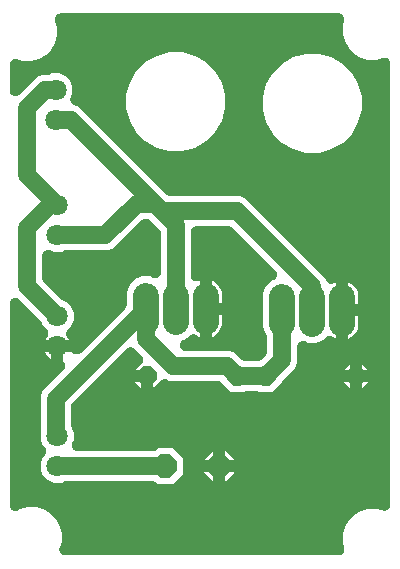
<source format=gbr>
G04 EAGLE Gerber RS-274X export*
G75*
%MOMM*%
%FSLAX34Y34*%
%LPD*%
%INBottom Copper*%
%IPPOS*%
%AMOC8*
5,1,8,0,0,1.08239X$1,22.5*%
G01*
%ADD10C,2.235200*%
%ADD11P,1.759533X8X22.500000*%
%ADD12C,1.800000*%
%ADD13P,2.199416X8X202.500000*%
%ADD14P,1.759533X8X202.500000*%
%ADD15C,1.500000*%
%ADD16C,1.500000*%

G36*
X-15778Y-392926D02*
X-15778Y-392926D01*
X-15571Y-392922D01*
X-15462Y-392906D01*
X-15353Y-392899D01*
X-15150Y-392860D01*
X-14945Y-392830D01*
X-14840Y-392801D01*
X-14732Y-392780D01*
X-14535Y-392716D01*
X-14336Y-392660D01*
X-14236Y-392618D01*
X-14131Y-392583D01*
X-13944Y-392495D01*
X-13754Y-392414D01*
X-13660Y-392360D01*
X-13560Y-392313D01*
X-13386Y-392201D01*
X-13207Y-392097D01*
X-13120Y-392031D01*
X-13028Y-391972D01*
X-12869Y-391839D01*
X-12705Y-391714D01*
X-12627Y-391637D01*
X-12543Y-391567D01*
X-12402Y-391415D01*
X-12255Y-391270D01*
X-12187Y-391184D01*
X-12113Y-391103D01*
X-11992Y-390936D01*
X-11864Y-390773D01*
X-11808Y-390679D01*
X-11744Y-390590D01*
X-11646Y-390408D01*
X-11540Y-390230D01*
X-11496Y-390130D01*
X-11444Y-390034D01*
X-11369Y-389841D01*
X-11286Y-389651D01*
X-11256Y-389546D01*
X-11216Y-389444D01*
X-11166Y-389243D01*
X-11108Y-389045D01*
X-11091Y-388936D01*
X-11064Y-388830D01*
X-11041Y-388625D01*
X-11008Y-388421D01*
X-11004Y-388311D01*
X-10991Y-388203D01*
X-10994Y-387996D01*
X-10987Y-387789D01*
X-10997Y-387680D01*
X-10998Y-387570D01*
X-11026Y-387366D01*
X-11046Y-387160D01*
X-11072Y-387037D01*
X-11085Y-386944D01*
X-11117Y-386826D01*
X-11155Y-386646D01*
X-12461Y-381772D01*
X-12461Y-375148D01*
X-10746Y-368748D01*
X-7434Y-363011D01*
X-2749Y-358326D01*
X2988Y-355014D01*
X9388Y-353299D01*
X16012Y-353299D01*
X21646Y-354809D01*
X21849Y-354850D01*
X22050Y-354899D01*
X22158Y-354912D01*
X22266Y-354933D01*
X22472Y-354948D01*
X22677Y-354972D01*
X22787Y-354971D01*
X22896Y-354979D01*
X23103Y-354968D01*
X23310Y-354965D01*
X23418Y-354950D01*
X23527Y-354945D01*
X23731Y-354907D01*
X23936Y-354879D01*
X24041Y-354850D01*
X24149Y-354831D01*
X24346Y-354768D01*
X24546Y-354714D01*
X24647Y-354673D01*
X24752Y-354639D01*
X24939Y-354552D01*
X25130Y-354474D01*
X25226Y-354420D01*
X25325Y-354374D01*
X25500Y-354264D01*
X25680Y-354161D01*
X25768Y-354096D01*
X25860Y-354037D01*
X26020Y-353906D01*
X26186Y-353782D01*
X26264Y-353706D01*
X26349Y-353637D01*
X26491Y-353486D01*
X26640Y-353342D01*
X26708Y-353257D01*
X26783Y-353177D01*
X26905Y-353010D01*
X27034Y-352849D01*
X27091Y-352755D01*
X27156Y-352667D01*
X27256Y-352486D01*
X27364Y-352309D01*
X27408Y-352209D01*
X27461Y-352113D01*
X27537Y-351921D01*
X27622Y-351732D01*
X27654Y-351627D01*
X27694Y-351526D01*
X27746Y-351325D01*
X27806Y-351127D01*
X27824Y-351019D01*
X27851Y-350913D01*
X27877Y-350708D01*
X27912Y-350504D01*
X27918Y-350379D01*
X27930Y-350286D01*
X27930Y-350163D01*
X27939Y-349980D01*
X27939Y23590D01*
X27926Y23796D01*
X27922Y24003D01*
X27906Y24112D01*
X27899Y24221D01*
X27860Y24424D01*
X27830Y24628D01*
X27801Y24734D01*
X27780Y24841D01*
X27716Y25038D01*
X27660Y25237D01*
X27618Y25338D01*
X27583Y25442D01*
X27495Y25629D01*
X27414Y25820D01*
X27360Y25914D01*
X27313Y26013D01*
X27201Y26187D01*
X27097Y26366D01*
X27031Y26453D01*
X26972Y26546D01*
X26839Y26705D01*
X26714Y26869D01*
X26637Y26947D01*
X26567Y27031D01*
X26415Y27171D01*
X26270Y27319D01*
X26184Y27387D01*
X26103Y27461D01*
X25935Y27581D01*
X25773Y27709D01*
X25679Y27765D01*
X25590Y27829D01*
X25408Y27927D01*
X25230Y28034D01*
X25130Y28078D01*
X25034Y28130D01*
X24841Y28204D01*
X24651Y28287D01*
X24546Y28318D01*
X24444Y28358D01*
X24243Y28407D01*
X24045Y28466D01*
X23937Y28483D01*
X23830Y28509D01*
X23625Y28533D01*
X23421Y28566D01*
X23311Y28570D01*
X23203Y28582D01*
X22996Y28580D01*
X22789Y28587D01*
X22680Y28577D01*
X22570Y28575D01*
X22366Y28547D01*
X22160Y28528D01*
X22037Y28502D01*
X21944Y28489D01*
X21826Y28457D01*
X21646Y28419D01*
X16012Y26909D01*
X9388Y26909D01*
X2988Y28624D01*
X-2749Y31936D01*
X-7434Y36621D01*
X-10746Y42358D01*
X-12461Y48758D01*
X-12461Y55382D01*
X-11291Y59746D01*
X-11251Y59949D01*
X-11201Y60150D01*
X-11188Y60258D01*
X-11167Y60366D01*
X-11152Y60572D01*
X-11128Y60777D01*
X-11129Y60887D01*
X-11121Y60996D01*
X-11133Y61203D01*
X-11135Y61410D01*
X-11150Y61518D01*
X-11156Y61627D01*
X-11193Y61831D01*
X-11221Y62036D01*
X-11250Y62142D01*
X-11270Y62249D01*
X-11332Y62446D01*
X-11386Y62646D01*
X-11428Y62747D01*
X-11461Y62852D01*
X-11548Y63039D01*
X-11627Y63230D01*
X-11681Y63326D01*
X-11727Y63425D01*
X-11837Y63600D01*
X-11939Y63780D01*
X-12005Y63868D01*
X-12063Y63960D01*
X-12194Y64120D01*
X-12318Y64286D01*
X-12394Y64364D01*
X-12464Y64449D01*
X-12614Y64591D01*
X-12758Y64740D01*
X-12844Y64808D01*
X-12923Y64883D01*
X-13090Y65005D01*
X-13252Y65134D01*
X-13345Y65191D01*
X-13434Y65256D01*
X-13615Y65356D01*
X-13791Y65464D01*
X-13891Y65508D01*
X-13987Y65561D01*
X-14179Y65638D01*
X-14368Y65722D01*
X-14473Y65754D01*
X-14575Y65794D01*
X-14775Y65846D01*
X-14973Y65906D01*
X-15081Y65924D01*
X-15187Y65951D01*
X-15392Y65977D01*
X-15596Y66012D01*
X-15722Y66018D01*
X-15814Y66030D01*
X-15937Y66030D01*
X-16120Y66039D01*
X-250920Y66039D01*
X-251126Y66026D01*
X-251333Y66022D01*
X-251442Y66006D01*
X-251551Y65999D01*
X-251754Y65960D01*
X-251958Y65930D01*
X-252064Y65901D01*
X-252171Y65880D01*
X-252368Y65816D01*
X-252567Y65760D01*
X-252668Y65718D01*
X-252772Y65683D01*
X-252959Y65595D01*
X-253150Y65514D01*
X-253244Y65460D01*
X-253343Y65413D01*
X-253517Y65301D01*
X-253696Y65197D01*
X-253783Y65131D01*
X-253876Y65072D01*
X-254035Y64939D01*
X-254199Y64814D01*
X-254277Y64737D01*
X-254361Y64667D01*
X-254501Y64515D01*
X-254649Y64370D01*
X-254717Y64284D01*
X-254791Y64203D01*
X-254911Y64035D01*
X-255039Y63873D01*
X-255095Y63779D01*
X-255159Y63690D01*
X-255257Y63508D01*
X-255364Y63330D01*
X-255408Y63230D01*
X-255460Y63134D01*
X-255534Y62941D01*
X-255617Y62751D01*
X-255648Y62646D01*
X-255688Y62544D01*
X-255737Y62343D01*
X-255796Y62145D01*
X-255813Y62037D01*
X-255839Y61930D01*
X-255863Y61725D01*
X-255896Y61521D01*
X-255900Y61411D01*
X-255912Y61303D01*
X-255910Y61096D01*
X-255917Y60889D01*
X-255907Y60780D01*
X-255905Y60670D01*
X-255877Y60466D01*
X-255858Y60260D01*
X-255832Y60137D01*
X-255819Y60044D01*
X-255787Y59926D01*
X-255749Y59746D01*
X-254239Y54112D01*
X-254239Y47488D01*
X-255954Y41088D01*
X-259266Y35351D01*
X-263951Y30666D01*
X-269688Y27354D01*
X-276088Y25639D01*
X-282712Y25639D01*
X-288146Y27095D01*
X-288349Y27136D01*
X-288550Y27186D01*
X-288658Y27198D01*
X-288766Y27220D01*
X-288972Y27235D01*
X-289177Y27259D01*
X-289287Y27257D01*
X-289396Y27265D01*
X-289603Y27254D01*
X-289810Y27252D01*
X-289918Y27237D01*
X-290027Y27231D01*
X-290231Y27194D01*
X-290436Y27165D01*
X-290542Y27137D01*
X-290649Y27117D01*
X-290846Y27055D01*
X-291046Y27001D01*
X-291147Y26959D01*
X-291252Y26926D01*
X-291439Y26839D01*
X-291630Y26760D01*
X-291726Y26706D01*
X-291825Y26660D01*
X-292000Y26550D01*
X-292180Y26448D01*
X-292268Y26382D01*
X-292360Y26324D01*
X-292520Y26193D01*
X-292686Y26069D01*
X-292764Y25992D01*
X-292849Y25923D01*
X-292991Y25773D01*
X-293140Y25629D01*
X-293208Y25543D01*
X-293283Y25464D01*
X-293405Y25297D01*
X-293534Y25135D01*
X-293592Y25041D01*
X-293656Y24953D01*
X-293756Y24772D01*
X-293864Y24595D01*
X-293908Y24495D01*
X-293961Y24400D01*
X-294038Y24207D01*
X-294122Y24019D01*
X-294154Y23914D01*
X-294194Y23812D01*
X-294246Y23612D01*
X-294306Y23414D01*
X-294324Y23306D01*
X-294351Y23200D01*
X-294377Y22994D01*
X-294412Y22791D01*
X-294418Y22665D01*
X-294430Y22573D01*
X-294430Y22449D01*
X-294439Y22266D01*
X-294439Y852D01*
X-294423Y602D01*
X-294414Y350D01*
X-294403Y286D01*
X-294399Y221D01*
X-294352Y-25D01*
X-294311Y-273D01*
X-294292Y-336D01*
X-294280Y-400D01*
X-294202Y-639D01*
X-294130Y-879D01*
X-294104Y-938D01*
X-294083Y-1001D01*
X-293976Y-1228D01*
X-293874Y-1457D01*
X-293841Y-1513D01*
X-293813Y-1572D01*
X-293677Y-1783D01*
X-293548Y-1998D01*
X-293507Y-2049D01*
X-293472Y-2104D01*
X-293311Y-2296D01*
X-293155Y-2493D01*
X-293108Y-2539D01*
X-293067Y-2589D01*
X-292883Y-2760D01*
X-292703Y-2935D01*
X-292651Y-2975D01*
X-292603Y-3019D01*
X-292400Y-3165D01*
X-292199Y-3317D01*
X-292143Y-3350D01*
X-292090Y-3388D01*
X-291869Y-3507D01*
X-291651Y-3632D01*
X-291591Y-3657D01*
X-291534Y-3688D01*
X-291300Y-3778D01*
X-291068Y-3875D01*
X-291005Y-3892D01*
X-290944Y-3916D01*
X-290700Y-3976D01*
X-290458Y-4043D01*
X-290394Y-4052D01*
X-290330Y-4068D01*
X-290082Y-4096D01*
X-289833Y-4132D01*
X-289767Y-4133D01*
X-289703Y-4141D01*
X-289452Y-4138D01*
X-289201Y-4142D01*
X-289136Y-4134D01*
X-289070Y-4134D01*
X-288822Y-4099D01*
X-288572Y-4072D01*
X-288509Y-4056D01*
X-288444Y-4047D01*
X-288202Y-3982D01*
X-287958Y-3923D01*
X-287897Y-3899D01*
X-287834Y-3883D01*
X-287603Y-3787D01*
X-287367Y-3698D01*
X-287310Y-3667D01*
X-287250Y-3642D01*
X-287031Y-3518D01*
X-286810Y-3400D01*
X-286757Y-3362D01*
X-286700Y-3330D01*
X-286499Y-3179D01*
X-286295Y-3034D01*
X-286240Y-2985D01*
X-286194Y-2951D01*
X-286094Y-2853D01*
X-285904Y-2683D01*
X-285823Y-2601D01*
X-271286Y11935D01*
X-266663Y13851D01*
X-262687Y13851D01*
X-262600Y13856D01*
X-262514Y13854D01*
X-262285Y13876D01*
X-262056Y13891D01*
X-261971Y13907D01*
X-261885Y13915D01*
X-261661Y13967D01*
X-261435Y14010D01*
X-261353Y14037D01*
X-261268Y14056D01*
X-260954Y14167D01*
X-260834Y14207D01*
X-260808Y14219D01*
X-260773Y14231D01*
X-258071Y15351D01*
X-252469Y15351D01*
X-247294Y13207D01*
X-243333Y9246D01*
X-241189Y4071D01*
X-241189Y-1531D01*
X-242654Y-5067D01*
X-242714Y-5242D01*
X-242783Y-5413D01*
X-242816Y-5541D01*
X-242858Y-5665D01*
X-242896Y-5846D01*
X-242942Y-6025D01*
X-242959Y-6156D01*
X-242986Y-6284D01*
X-243000Y-6468D01*
X-243024Y-6652D01*
X-243024Y-6783D01*
X-243034Y-6914D01*
X-243025Y-7099D01*
X-243025Y-7284D01*
X-243009Y-7414D01*
X-243002Y-7546D01*
X-242970Y-7728D01*
X-242947Y-7911D01*
X-242914Y-8038D01*
X-242891Y-8168D01*
X-242836Y-8344D01*
X-242790Y-8524D01*
X-242742Y-8646D01*
X-242703Y-8771D01*
X-242626Y-8939D01*
X-242557Y-9111D01*
X-242494Y-9227D01*
X-242439Y-9346D01*
X-242342Y-9502D01*
X-242252Y-9665D01*
X-242175Y-9771D01*
X-242106Y-9883D01*
X-241989Y-10026D01*
X-241880Y-10175D01*
X-241789Y-10271D01*
X-241707Y-10373D01*
X-241573Y-10500D01*
X-241446Y-10635D01*
X-241344Y-10719D01*
X-241249Y-10809D01*
X-241100Y-10919D01*
X-240957Y-11036D01*
X-240846Y-11106D01*
X-240740Y-11184D01*
X-240579Y-11274D01*
X-240422Y-11373D01*
X-240284Y-11439D01*
X-240188Y-11492D01*
X-240087Y-11533D01*
X-239948Y-11599D01*
X-235444Y-13465D01*
X-161353Y-87555D01*
X-161264Y-87634D01*
X-161181Y-87720D01*
X-161027Y-87843D01*
X-160879Y-87973D01*
X-160780Y-88040D01*
X-160687Y-88114D01*
X-160519Y-88217D01*
X-160356Y-88327D01*
X-160249Y-88381D01*
X-160147Y-88444D01*
X-159968Y-88524D01*
X-159792Y-88613D01*
X-159679Y-88653D01*
X-159570Y-88702D01*
X-159382Y-88759D01*
X-159196Y-88826D01*
X-159080Y-88851D01*
X-158966Y-88886D01*
X-158771Y-88919D01*
X-158579Y-88961D01*
X-158460Y-88972D01*
X-158342Y-88992D01*
X-158089Y-89005D01*
X-157949Y-89018D01*
X-157892Y-89015D01*
X-157818Y-89019D01*
X-99097Y-89019D01*
X-94474Y-90935D01*
X-27435Y-157974D01*
X-26628Y-159921D01*
X-26562Y-160056D01*
X-26517Y-160165D01*
X-26498Y-160199D01*
X-26464Y-160276D01*
X-26403Y-160380D01*
X-26350Y-160488D01*
X-26242Y-160652D01*
X-26142Y-160820D01*
X-26068Y-160915D01*
X-26002Y-161016D01*
X-25874Y-161165D01*
X-25754Y-161319D01*
X-25669Y-161404D01*
X-25591Y-161496D01*
X-25445Y-161627D01*
X-25306Y-161765D01*
X-25211Y-161839D01*
X-25122Y-161920D01*
X-24961Y-162032D01*
X-24806Y-162151D01*
X-24702Y-162212D01*
X-24603Y-162281D01*
X-24429Y-162372D01*
X-24261Y-162471D01*
X-24150Y-162518D01*
X-24043Y-162574D01*
X-23859Y-162643D01*
X-23679Y-162720D01*
X-23564Y-162753D01*
X-23451Y-162794D01*
X-23260Y-162839D01*
X-23071Y-162893D01*
X-22952Y-162911D01*
X-22835Y-162938D01*
X-22640Y-162958D01*
X-22446Y-162988D01*
X-22326Y-162990D01*
X-22206Y-163003D01*
X-22010Y-162998D01*
X-21815Y-163003D01*
X-21695Y-162991D01*
X-21574Y-162988D01*
X-21381Y-162958D01*
X-21186Y-162938D01*
X-21069Y-162911D01*
X-20949Y-162893D01*
X-20761Y-162839D01*
X-20570Y-162795D01*
X-20457Y-162753D01*
X-20341Y-162720D01*
X-20161Y-162643D01*
X-19978Y-162575D01*
X-19853Y-162512D01*
X-19760Y-162472D01*
X-19660Y-162413D01*
X-19542Y-162353D01*
X-19529Y-162347D01*
X-19525Y-162345D01*
X-19510Y-162337D01*
X-18780Y-161915D01*
X-17699Y-161468D01*
X-17699Y-185420D01*
X-17699Y-209372D01*
X-18780Y-208925D01*
X-20337Y-208026D01*
X-20368Y-208002D01*
X-20512Y-207905D01*
X-20651Y-207800D01*
X-20775Y-207729D01*
X-20893Y-207649D01*
X-21048Y-207572D01*
X-21199Y-207485D01*
X-21331Y-207430D01*
X-21458Y-207366D01*
X-21622Y-207308D01*
X-21783Y-207241D01*
X-21920Y-207204D01*
X-22054Y-207156D01*
X-22224Y-207120D01*
X-22392Y-207074D01*
X-22533Y-207053D01*
X-22672Y-207024D01*
X-22845Y-207009D01*
X-23018Y-206984D01*
X-23160Y-206982D01*
X-23302Y-206970D01*
X-23476Y-206977D01*
X-23650Y-206974D01*
X-23791Y-206990D01*
X-23933Y-206996D01*
X-24105Y-207025D01*
X-24278Y-207044D01*
X-24416Y-207078D01*
X-24556Y-207102D01*
X-24723Y-207152D01*
X-24892Y-207193D01*
X-25025Y-207244D01*
X-25161Y-207285D01*
X-25320Y-207356D01*
X-25483Y-207418D01*
X-25608Y-207485D01*
X-25738Y-207543D01*
X-25887Y-207634D01*
X-26041Y-207716D01*
X-26157Y-207798D01*
X-26278Y-207872D01*
X-26414Y-207981D01*
X-26556Y-208082D01*
X-26681Y-208194D01*
X-26772Y-208267D01*
X-26843Y-208339D01*
X-26946Y-208433D01*
X-28891Y-210378D01*
X-34866Y-212853D01*
X-41334Y-212853D01*
X-44007Y-211745D01*
X-44213Y-211675D01*
X-44416Y-211596D01*
X-44512Y-211573D01*
X-44605Y-211541D01*
X-44818Y-211497D01*
X-45030Y-211445D01*
X-45128Y-211433D01*
X-45224Y-211414D01*
X-45441Y-211397D01*
X-45657Y-211372D01*
X-45756Y-211373D01*
X-45854Y-211365D01*
X-46072Y-211376D01*
X-46290Y-211379D01*
X-46387Y-211392D01*
X-46486Y-211397D01*
X-46700Y-211435D01*
X-46916Y-211465D01*
X-47011Y-211491D01*
X-47108Y-211508D01*
X-47316Y-211573D01*
X-47526Y-211630D01*
X-47617Y-211667D01*
X-47711Y-211697D01*
X-47909Y-211788D01*
X-48110Y-211870D01*
X-48196Y-211919D01*
X-48286Y-211960D01*
X-48471Y-212075D01*
X-48660Y-212183D01*
X-48739Y-212242D01*
X-48823Y-212294D01*
X-48992Y-212431D01*
X-49166Y-212562D01*
X-49236Y-212630D01*
X-49313Y-212693D01*
X-49463Y-212850D01*
X-49620Y-213002D01*
X-49681Y-213079D01*
X-49749Y-213150D01*
X-49878Y-213325D01*
X-50014Y-213495D01*
X-50066Y-213580D01*
X-50124Y-213659D01*
X-50230Y-213849D01*
X-50344Y-214035D01*
X-50384Y-214125D01*
X-50432Y-214211D01*
X-50513Y-214414D01*
X-50602Y-214612D01*
X-50631Y-214706D01*
X-50667Y-214798D01*
X-50722Y-215008D01*
X-50786Y-215217D01*
X-50802Y-215314D01*
X-50827Y-215409D01*
X-50855Y-215625D01*
X-50892Y-215840D01*
X-50898Y-215952D01*
X-50908Y-216036D01*
X-50909Y-216165D01*
X-50919Y-216364D01*
X-50919Y-229833D01*
X-52835Y-234456D01*
X-62797Y-244419D01*
X-62876Y-244508D01*
X-62962Y-244591D01*
X-63085Y-244745D01*
X-63085Y-244746D01*
X-63133Y-244798D01*
X-63144Y-244813D01*
X-63215Y-244893D01*
X-63282Y-244992D01*
X-63356Y-245085D01*
X-63454Y-245246D01*
X-63501Y-245311D01*
X-63513Y-245334D01*
X-63569Y-245416D01*
X-63623Y-245523D01*
X-63686Y-245625D01*
X-63758Y-245787D01*
X-63802Y-245867D01*
X-63814Y-245899D01*
X-63855Y-245980D01*
X-63895Y-246093D01*
X-63944Y-246202D01*
X-63992Y-246361D01*
X-64030Y-246457D01*
X-64040Y-246498D01*
X-64068Y-246576D01*
X-64068Y-246578D01*
X-71999Y-254509D01*
X-83225Y-254509D01*
X-83311Y-254456D01*
X-83491Y-254376D01*
X-83666Y-254287D01*
X-83779Y-254247D01*
X-83888Y-254198D01*
X-84076Y-254141D01*
X-84262Y-254074D01*
X-84378Y-254049D01*
X-84493Y-254014D01*
X-84687Y-253981D01*
X-84879Y-253939D01*
X-84998Y-253928D01*
X-85116Y-253908D01*
X-85369Y-253895D01*
X-85509Y-253882D01*
X-85567Y-253885D01*
X-85640Y-253881D01*
X-93430Y-253881D01*
X-93549Y-253888D01*
X-93668Y-253886D01*
X-93864Y-253908D01*
X-94061Y-253921D01*
X-94178Y-253943D01*
X-94297Y-253956D01*
X-94488Y-254003D01*
X-94682Y-254040D01*
X-94795Y-254077D01*
X-94911Y-254105D01*
X-95095Y-254175D01*
X-95282Y-254237D01*
X-95390Y-254288D01*
X-95502Y-254330D01*
X-95675Y-254423D01*
X-95853Y-254507D01*
X-95856Y-254509D01*
X-107071Y-254509D01*
X-115125Y-246455D01*
X-115214Y-246376D01*
X-115298Y-246290D01*
X-115452Y-246167D01*
X-115599Y-246037D01*
X-115698Y-245970D01*
X-115791Y-245896D01*
X-115959Y-245793D01*
X-116123Y-245683D01*
X-116229Y-245629D01*
X-116331Y-245566D01*
X-116511Y-245486D01*
X-116686Y-245397D01*
X-116799Y-245357D01*
X-116908Y-245308D01*
X-117096Y-245251D01*
X-117282Y-245184D01*
X-117398Y-245159D01*
X-117513Y-245124D01*
X-117707Y-245091D01*
X-117899Y-245049D01*
X-118018Y-245038D01*
X-118136Y-245018D01*
X-118389Y-245005D01*
X-118529Y-244992D01*
X-118587Y-244995D01*
X-118660Y-244991D01*
X-158712Y-244991D01*
X-161064Y-244017D01*
X-161208Y-243967D01*
X-161349Y-243909D01*
X-161507Y-243865D01*
X-161662Y-243812D01*
X-161811Y-243781D01*
X-161958Y-243741D01*
X-162121Y-243718D01*
X-162281Y-243685D01*
X-162433Y-243673D01*
X-162584Y-243652D01*
X-162748Y-243649D01*
X-162912Y-243636D01*
X-163064Y-243644D01*
X-163216Y-243642D01*
X-163379Y-243660D01*
X-163543Y-243668D01*
X-163693Y-243695D01*
X-163844Y-243712D01*
X-164004Y-243750D01*
X-164165Y-243779D01*
X-164310Y-243825D01*
X-164458Y-243860D01*
X-164612Y-243919D01*
X-164769Y-243968D01*
X-164907Y-244031D01*
X-165049Y-244085D01*
X-165194Y-244163D01*
X-165343Y-244231D01*
X-165473Y-244312D01*
X-165607Y-244383D01*
X-165741Y-244478D01*
X-165880Y-244565D01*
X-165998Y-244661D01*
X-166122Y-244749D01*
X-166270Y-244882D01*
X-166370Y-244964D01*
X-166429Y-245025D01*
X-166512Y-245100D01*
X-172801Y-251388D01*
X-172801Y-241300D01*
X-172812Y-241116D01*
X-172814Y-240931D01*
X-172832Y-240801D01*
X-172841Y-240670D01*
X-172875Y-240488D01*
X-172901Y-240305D01*
X-172935Y-240178D01*
X-172960Y-240049D01*
X-173017Y-239873D01*
X-173066Y-239694D01*
X-173115Y-239573D01*
X-173156Y-239448D01*
X-173236Y-239281D01*
X-173306Y-239110D01*
X-173371Y-238996D01*
X-173427Y-238877D01*
X-173527Y-238721D01*
X-173618Y-238560D01*
X-173697Y-238455D01*
X-173768Y-238345D01*
X-173887Y-238202D01*
X-173998Y-238055D01*
X-174089Y-237960D01*
X-174173Y-237859D01*
X-174174Y-237859D01*
X-174309Y-237733D01*
X-174394Y-237645D01*
X-174438Y-237600D01*
X-174541Y-237518D01*
X-174637Y-237429D01*
X-174787Y-237321D01*
X-174932Y-237206D01*
X-175044Y-237137D01*
X-175151Y-237061D01*
X-175313Y-236973D01*
X-175471Y-236876D01*
X-175591Y-236822D01*
X-175707Y-236760D01*
X-175879Y-236693D01*
X-176048Y-236618D01*
X-176174Y-236580D01*
X-176296Y-236532D01*
X-176476Y-236488D01*
X-176653Y-236434D01*
X-176783Y-236412D01*
X-176910Y-236381D01*
X-177093Y-236359D01*
X-177276Y-236328D01*
X-177430Y-236320D01*
X-177538Y-236307D01*
X-177647Y-236309D01*
X-177800Y-236301D01*
X-187888Y-236301D01*
X-182535Y-230947D01*
X-182413Y-230808D01*
X-182283Y-230676D01*
X-182204Y-230571D01*
X-182117Y-230473D01*
X-182013Y-230320D01*
X-181902Y-230172D01*
X-181836Y-230058D01*
X-181762Y-229949D01*
X-181679Y-229785D01*
X-181587Y-229624D01*
X-181536Y-229503D01*
X-181477Y-229386D01*
X-181414Y-229211D01*
X-181343Y-229041D01*
X-181308Y-228914D01*
X-181264Y-228790D01*
X-181225Y-228610D01*
X-181176Y-228431D01*
X-181157Y-228301D01*
X-181129Y-228173D01*
X-181112Y-227989D01*
X-181086Y-227806D01*
X-181084Y-227674D01*
X-181072Y-227543D01*
X-181079Y-227358D01*
X-181076Y-227174D01*
X-181091Y-227043D01*
X-181096Y-226912D01*
X-181126Y-226729D01*
X-181146Y-226545D01*
X-181177Y-226417D01*
X-181199Y-226288D01*
X-181251Y-226111D01*
X-181295Y-225931D01*
X-181342Y-225808D01*
X-181379Y-225682D01*
X-181454Y-225513D01*
X-181520Y-225340D01*
X-181582Y-225224D01*
X-181635Y-225104D01*
X-181731Y-224946D01*
X-181818Y-224783D01*
X-181894Y-224676D01*
X-181962Y-224563D01*
X-182076Y-224418D01*
X-182184Y-224267D01*
X-182286Y-224153D01*
X-182354Y-224067D01*
X-182432Y-223991D01*
X-182535Y-223877D01*
X-188235Y-218177D01*
X-188374Y-218055D01*
X-188506Y-217925D01*
X-188611Y-217846D01*
X-188709Y-217759D01*
X-188862Y-217655D01*
X-189010Y-217544D01*
X-189124Y-217478D01*
X-189233Y-217404D01*
X-189398Y-217321D01*
X-189558Y-217229D01*
X-189679Y-217178D01*
X-189796Y-217119D01*
X-189971Y-217057D01*
X-190141Y-216985D01*
X-190268Y-216950D01*
X-190392Y-216906D01*
X-190572Y-216867D01*
X-190751Y-216818D01*
X-190881Y-216799D01*
X-191009Y-216771D01*
X-191193Y-216754D01*
X-191376Y-216728D01*
X-191508Y-216726D01*
X-191639Y-216714D01*
X-191824Y-216721D01*
X-192008Y-216718D01*
X-192139Y-216733D01*
X-192270Y-216738D01*
X-192453Y-216768D01*
X-192637Y-216788D01*
X-192764Y-216819D01*
X-192894Y-216841D01*
X-193071Y-216893D01*
X-193251Y-216937D01*
X-193374Y-216984D01*
X-193500Y-217021D01*
X-193669Y-217096D01*
X-193842Y-217162D01*
X-193958Y-217224D01*
X-194078Y-217277D01*
X-194236Y-217373D01*
X-194399Y-217460D01*
X-194506Y-217536D01*
X-194619Y-217604D01*
X-194764Y-217719D01*
X-194915Y-217826D01*
X-195029Y-217928D01*
X-195115Y-217996D01*
X-195191Y-218074D01*
X-195305Y-218177D01*
X-241225Y-264097D01*
X-241304Y-264186D01*
X-241390Y-264269D01*
X-241513Y-264423D01*
X-241643Y-264571D01*
X-241710Y-264670D01*
X-241784Y-264763D01*
X-241887Y-264931D01*
X-241997Y-265094D01*
X-242051Y-265201D01*
X-242114Y-265303D01*
X-242194Y-265482D01*
X-242283Y-265658D01*
X-242323Y-265771D01*
X-242372Y-265880D01*
X-242429Y-266068D01*
X-242496Y-266254D01*
X-242521Y-266370D01*
X-242556Y-266484D01*
X-242589Y-266679D01*
X-242631Y-266871D01*
X-242642Y-266990D01*
X-242662Y-267108D01*
X-242675Y-267361D01*
X-242688Y-267501D01*
X-242685Y-267558D01*
X-242689Y-267632D01*
X-242689Y-281617D01*
X-242684Y-281704D01*
X-242686Y-281790D01*
X-242664Y-282019D01*
X-242649Y-282248D01*
X-242633Y-282333D01*
X-242625Y-282419D01*
X-242573Y-282643D01*
X-242530Y-282869D01*
X-242503Y-282951D01*
X-242484Y-283036D01*
X-242373Y-283349D01*
X-242333Y-283470D01*
X-242321Y-283496D01*
X-242309Y-283530D01*
X-239919Y-289299D01*
X-239919Y-294901D01*
X-241206Y-298007D01*
X-241276Y-298213D01*
X-241355Y-298416D01*
X-241378Y-298512D01*
X-241410Y-298605D01*
X-241454Y-298818D01*
X-241506Y-299030D01*
X-241518Y-299128D01*
X-241538Y-299224D01*
X-241554Y-299441D01*
X-241579Y-299657D01*
X-241578Y-299756D01*
X-241586Y-299854D01*
X-241575Y-300072D01*
X-241573Y-300290D01*
X-241559Y-300387D01*
X-241554Y-300486D01*
X-241516Y-300700D01*
X-241486Y-300916D01*
X-241461Y-301011D01*
X-241443Y-301108D01*
X-241378Y-301316D01*
X-241321Y-301526D01*
X-241284Y-301617D01*
X-241255Y-301711D01*
X-241164Y-301909D01*
X-241081Y-302110D01*
X-241032Y-302196D01*
X-240991Y-302286D01*
X-240876Y-302471D01*
X-240769Y-302660D01*
X-240709Y-302739D01*
X-240657Y-302823D01*
X-240520Y-302992D01*
X-240389Y-303166D01*
X-240321Y-303236D01*
X-240259Y-303313D01*
X-240101Y-303463D01*
X-239950Y-303620D01*
X-239872Y-303681D01*
X-239801Y-303749D01*
X-239626Y-303878D01*
X-239456Y-304014D01*
X-239372Y-304066D01*
X-239292Y-304124D01*
X-239102Y-304230D01*
X-238916Y-304344D01*
X-238826Y-304384D01*
X-238740Y-304432D01*
X-238538Y-304513D01*
X-238339Y-304602D01*
X-238245Y-304631D01*
X-238154Y-304667D01*
X-237943Y-304722D01*
X-237735Y-304786D01*
X-237637Y-304802D01*
X-237542Y-304827D01*
X-237326Y-304855D01*
X-237111Y-304892D01*
X-236999Y-304898D01*
X-236915Y-304908D01*
X-236786Y-304909D01*
X-236587Y-304919D01*
X-173604Y-304919D01*
X-173485Y-304912D01*
X-173365Y-304914D01*
X-173169Y-304892D01*
X-172973Y-304879D01*
X-172856Y-304857D01*
X-172737Y-304844D01*
X-172546Y-304797D01*
X-172352Y-304760D01*
X-172239Y-304723D01*
X-172123Y-304695D01*
X-171939Y-304625D01*
X-171751Y-304563D01*
X-171643Y-304512D01*
X-171532Y-304470D01*
X-171359Y-304377D01*
X-171180Y-304293D01*
X-171080Y-304228D01*
X-170974Y-304172D01*
X-170814Y-304058D01*
X-170648Y-303952D01*
X-170556Y-303875D01*
X-170459Y-303806D01*
X-170270Y-303636D01*
X-170163Y-303547D01*
X-170123Y-303504D01*
X-170069Y-303455D01*
X-168873Y-302259D01*
X-156247Y-302259D01*
X-147319Y-311187D01*
X-147319Y-323813D01*
X-156247Y-332741D01*
X-168873Y-332741D01*
X-170069Y-331545D01*
X-170158Y-331466D01*
X-170241Y-331380D01*
X-170395Y-331257D01*
X-170543Y-331127D01*
X-170642Y-331060D01*
X-170735Y-330986D01*
X-170903Y-330883D01*
X-171066Y-330773D01*
X-171173Y-330719D01*
X-171275Y-330656D01*
X-171454Y-330576D01*
X-171630Y-330487D01*
X-171743Y-330447D01*
X-171851Y-330398D01*
X-172040Y-330341D01*
X-172225Y-330274D01*
X-172342Y-330249D01*
X-172456Y-330214D01*
X-172651Y-330181D01*
X-172843Y-330139D01*
X-172962Y-330128D01*
X-173079Y-330108D01*
X-173333Y-330095D01*
X-173472Y-330082D01*
X-173530Y-330085D01*
X-173604Y-330081D01*
X-246583Y-330081D01*
X-246670Y-330086D01*
X-246756Y-330084D01*
X-246985Y-330106D01*
X-247214Y-330121D01*
X-247299Y-330137D01*
X-247385Y-330145D01*
X-247609Y-330197D01*
X-247835Y-330240D01*
X-247917Y-330267D01*
X-248002Y-330286D01*
X-248316Y-330397D01*
X-248436Y-330437D01*
X-248462Y-330449D01*
X-248497Y-330461D01*
X-251199Y-331581D01*
X-256801Y-331581D01*
X-261976Y-329437D01*
X-265937Y-325476D01*
X-268081Y-320301D01*
X-268081Y-314699D01*
X-265937Y-309524D01*
X-264748Y-308335D01*
X-264626Y-308196D01*
X-264497Y-308064D01*
X-264417Y-307959D01*
X-264330Y-307861D01*
X-264226Y-307707D01*
X-264115Y-307560D01*
X-264050Y-307446D01*
X-263976Y-307337D01*
X-263892Y-307172D01*
X-263800Y-307012D01*
X-263749Y-306891D01*
X-263690Y-306774D01*
X-263628Y-306599D01*
X-263557Y-306429D01*
X-263522Y-306302D01*
X-263478Y-306178D01*
X-263438Y-305998D01*
X-263389Y-305819D01*
X-263370Y-305689D01*
X-263342Y-305561D01*
X-263326Y-305377D01*
X-263299Y-305193D01*
X-263297Y-305062D01*
X-263286Y-304931D01*
X-263292Y-304746D01*
X-263290Y-304561D01*
X-263304Y-304431D01*
X-263309Y-304300D01*
X-263339Y-304117D01*
X-263360Y-303933D01*
X-263391Y-303805D01*
X-263412Y-303676D01*
X-263465Y-303499D01*
X-263508Y-303319D01*
X-263555Y-303196D01*
X-263593Y-303070D01*
X-263667Y-302901D01*
X-263733Y-302728D01*
X-263795Y-302612D01*
X-263848Y-302492D01*
X-263944Y-302334D01*
X-264031Y-302171D01*
X-264107Y-302064D01*
X-264175Y-301951D01*
X-264290Y-301806D01*
X-264397Y-301655D01*
X-264500Y-301541D01*
X-264567Y-301455D01*
X-264645Y-301379D01*
X-264748Y-301265D01*
X-265937Y-300076D01*
X-268081Y-294901D01*
X-268081Y-289222D01*
X-268027Y-289064D01*
X-268009Y-288980D01*
X-267984Y-288897D01*
X-267946Y-288671D01*
X-267899Y-288445D01*
X-267893Y-288359D01*
X-267878Y-288274D01*
X-267861Y-287941D01*
X-267851Y-287815D01*
X-267853Y-287786D01*
X-267851Y-287749D01*
X-267851Y-257847D01*
X-265935Y-253224D01*
X-261694Y-248982D01*
X-261693Y-248981D01*
X-248582Y-235870D01*
X-248409Y-235674D01*
X-248232Y-235481D01*
X-248200Y-235436D01*
X-248164Y-235395D01*
X-248017Y-235179D01*
X-247866Y-234966D01*
X-247840Y-234918D01*
X-247809Y-234872D01*
X-247691Y-234638D01*
X-247568Y-234408D01*
X-247548Y-234357D01*
X-247523Y-234308D01*
X-247435Y-234062D01*
X-247342Y-233818D01*
X-247329Y-233764D01*
X-247311Y-233713D01*
X-247255Y-233458D01*
X-247193Y-233203D01*
X-247187Y-233149D01*
X-247176Y-233096D01*
X-247152Y-232836D01*
X-247123Y-232575D01*
X-247124Y-232521D01*
X-247119Y-232466D01*
X-247129Y-232205D01*
X-247133Y-231943D01*
X-247140Y-231889D01*
X-247142Y-231834D01*
X-247185Y-231576D01*
X-247222Y-231318D01*
X-247236Y-231265D01*
X-247245Y-231211D01*
X-247320Y-230960D01*
X-247389Y-230708D01*
X-247410Y-230657D01*
X-247426Y-230605D01*
X-247532Y-230366D01*
X-247632Y-230125D01*
X-247660Y-230077D01*
X-247682Y-230027D01*
X-247817Y-229803D01*
X-247947Y-229576D01*
X-247980Y-229533D01*
X-248008Y-229486D01*
X-248171Y-229280D01*
X-248329Y-229072D01*
X-248367Y-229033D01*
X-248401Y-228990D01*
X-248588Y-228807D01*
X-248770Y-228620D01*
X-248813Y-228586D01*
X-248853Y-228548D01*
X-249001Y-228436D01*
X-249001Y-220899D01*
X-241463Y-220899D01*
X-241444Y-220923D01*
X-241281Y-221128D01*
X-241242Y-221166D01*
X-241207Y-221208D01*
X-241016Y-221388D01*
X-240829Y-221570D01*
X-240786Y-221603D01*
X-240746Y-221641D01*
X-240534Y-221794D01*
X-240325Y-221952D01*
X-240278Y-221979D01*
X-240234Y-222011D01*
X-240005Y-222136D01*
X-239777Y-222267D01*
X-239727Y-222288D01*
X-239679Y-222314D01*
X-239436Y-222409D01*
X-239194Y-222510D01*
X-239141Y-222524D01*
X-239090Y-222544D01*
X-238837Y-222608D01*
X-238585Y-222678D01*
X-238530Y-222685D01*
X-238477Y-222699D01*
X-238218Y-222730D01*
X-237959Y-222767D01*
X-237904Y-222768D01*
X-237850Y-222775D01*
X-237588Y-222773D01*
X-237327Y-222777D01*
X-237272Y-222771D01*
X-237218Y-222771D01*
X-236958Y-222736D01*
X-236699Y-222707D01*
X-236645Y-222694D01*
X-236591Y-222687D01*
X-236338Y-222620D01*
X-236084Y-222558D01*
X-236033Y-222539D01*
X-235980Y-222525D01*
X-235737Y-222426D01*
X-235494Y-222333D01*
X-235445Y-222308D01*
X-235395Y-222287D01*
X-235166Y-222158D01*
X-234936Y-222035D01*
X-234891Y-222004D01*
X-234844Y-221977D01*
X-234633Y-221821D01*
X-234421Y-221670D01*
X-234375Y-221629D01*
X-234336Y-221600D01*
X-234235Y-221503D01*
X-234030Y-221318D01*
X-196791Y-184079D01*
X-196712Y-183990D01*
X-196626Y-183907D01*
X-196503Y-183753D01*
X-196373Y-183605D01*
X-196306Y-183506D01*
X-196232Y-183413D01*
X-196129Y-183245D01*
X-196019Y-183082D01*
X-195965Y-182975D01*
X-195902Y-182873D01*
X-195822Y-182694D01*
X-195733Y-182518D01*
X-195693Y-182405D01*
X-195644Y-182296D01*
X-195587Y-182108D01*
X-195520Y-181922D01*
X-195495Y-181806D01*
X-195460Y-181692D01*
X-195427Y-181497D01*
X-195385Y-181305D01*
X-195374Y-181186D01*
X-195354Y-181068D01*
X-195341Y-180815D01*
X-195328Y-180675D01*
X-195331Y-180618D01*
X-195327Y-180544D01*
X-195327Y-169740D01*
X-192852Y-163765D01*
X-188279Y-159192D01*
X-182304Y-156717D01*
X-175836Y-156717D01*
X-173163Y-157825D01*
X-172957Y-157895D01*
X-172754Y-157974D01*
X-172658Y-157997D01*
X-172565Y-158029D01*
X-172352Y-158073D01*
X-172140Y-158125D01*
X-172042Y-158137D01*
X-171946Y-158156D01*
X-171729Y-158173D01*
X-171513Y-158198D01*
X-171414Y-158197D01*
X-171316Y-158205D01*
X-171098Y-158194D01*
X-170880Y-158191D01*
X-170783Y-158178D01*
X-170684Y-158173D01*
X-170470Y-158135D01*
X-170254Y-158105D01*
X-170159Y-158079D01*
X-170062Y-158062D01*
X-169854Y-157997D01*
X-169644Y-157940D01*
X-169553Y-157903D01*
X-169459Y-157873D01*
X-169261Y-157782D01*
X-169060Y-157700D01*
X-168974Y-157651D01*
X-168884Y-157610D01*
X-168699Y-157495D01*
X-168510Y-157387D01*
X-168431Y-157328D01*
X-168347Y-157276D01*
X-168178Y-157139D01*
X-168004Y-157008D01*
X-167934Y-156940D01*
X-167857Y-156877D01*
X-167707Y-156720D01*
X-167550Y-156568D01*
X-167489Y-156491D01*
X-167421Y-156420D01*
X-167292Y-156245D01*
X-167156Y-156075D01*
X-167104Y-155990D01*
X-167046Y-155911D01*
X-166940Y-155721D01*
X-166826Y-155535D01*
X-166786Y-155445D01*
X-166738Y-155359D01*
X-166657Y-155157D01*
X-166568Y-154958D01*
X-166539Y-154864D01*
X-166503Y-154772D01*
X-166448Y-154562D01*
X-166384Y-154353D01*
X-166368Y-154256D01*
X-166343Y-154161D01*
X-166315Y-153945D01*
X-166278Y-153730D01*
X-166272Y-153618D01*
X-166262Y-153534D01*
X-166261Y-153405D01*
X-166251Y-153206D01*
X-166251Y-120312D01*
X-166258Y-120193D01*
X-166256Y-120073D01*
X-166278Y-119877D01*
X-166291Y-119681D01*
X-166313Y-119564D01*
X-166326Y-119445D01*
X-166373Y-119254D01*
X-166410Y-119060D01*
X-166447Y-118947D01*
X-166475Y-118831D01*
X-166545Y-118647D01*
X-166607Y-118460D01*
X-166658Y-118352D01*
X-166700Y-118240D01*
X-166793Y-118067D01*
X-166877Y-117888D01*
X-166942Y-117788D01*
X-166998Y-117683D01*
X-167112Y-117522D01*
X-167218Y-117356D01*
X-167295Y-117264D01*
X-167364Y-117167D01*
X-167534Y-116978D01*
X-167623Y-116871D01*
X-167666Y-116832D01*
X-167715Y-116777D01*
X-175197Y-109295D01*
X-175286Y-109216D01*
X-175369Y-109130D01*
X-175523Y-109007D01*
X-175671Y-108877D01*
X-175770Y-108810D01*
X-175863Y-108736D01*
X-176031Y-108633D01*
X-176194Y-108523D01*
X-176301Y-108469D01*
X-176403Y-108406D01*
X-176582Y-108326D01*
X-176758Y-108237D01*
X-176871Y-108197D01*
X-176980Y-108148D01*
X-177168Y-108091D01*
X-177354Y-108024D01*
X-177470Y-107999D01*
X-177584Y-107964D01*
X-177779Y-107931D01*
X-177971Y-107889D01*
X-178090Y-107878D01*
X-178208Y-107858D01*
X-178461Y-107845D01*
X-178601Y-107832D01*
X-178658Y-107835D01*
X-178732Y-107831D01*
X-179408Y-107831D01*
X-179527Y-107838D01*
X-179647Y-107836D01*
X-179843Y-107858D01*
X-180039Y-107871D01*
X-180156Y-107893D01*
X-180275Y-107906D01*
X-180466Y-107953D01*
X-180660Y-107990D01*
X-180773Y-108027D01*
X-180889Y-108055D01*
X-181073Y-108125D01*
X-181260Y-108187D01*
X-181368Y-108238D01*
X-181480Y-108280D01*
X-181653Y-108373D01*
X-181832Y-108457D01*
X-181932Y-108522D01*
X-182037Y-108578D01*
X-182198Y-108692D01*
X-182364Y-108798D01*
X-182456Y-108875D01*
X-182553Y-108944D01*
X-182742Y-109114D01*
X-182849Y-109203D01*
X-182888Y-109246D01*
X-182943Y-109295D01*
X-206234Y-132585D01*
X-210857Y-134501D01*
X-246583Y-134501D01*
X-246670Y-134506D01*
X-246756Y-134504D01*
X-246985Y-134526D01*
X-247214Y-134541D01*
X-247299Y-134557D01*
X-247385Y-134565D01*
X-247609Y-134617D01*
X-247835Y-134660D01*
X-247917Y-134687D01*
X-248002Y-134706D01*
X-248315Y-134817D01*
X-248436Y-134857D01*
X-248462Y-134869D01*
X-248497Y-134881D01*
X-251199Y-136001D01*
X-256801Y-136001D01*
X-259907Y-134714D01*
X-260113Y-134644D01*
X-260316Y-134565D01*
X-260412Y-134542D01*
X-260505Y-134510D01*
X-260718Y-134466D01*
X-260930Y-134414D01*
X-261028Y-134402D01*
X-261124Y-134382D01*
X-261341Y-134366D01*
X-261557Y-134341D01*
X-261656Y-134342D01*
X-261754Y-134334D01*
X-261972Y-134345D01*
X-262190Y-134347D01*
X-262287Y-134361D01*
X-262386Y-134366D01*
X-262600Y-134404D01*
X-262816Y-134434D01*
X-262911Y-134459D01*
X-263008Y-134477D01*
X-263216Y-134542D01*
X-263426Y-134599D01*
X-263517Y-134636D01*
X-263611Y-134665D01*
X-263809Y-134756D01*
X-264010Y-134839D01*
X-264096Y-134888D01*
X-264186Y-134929D01*
X-264371Y-135044D01*
X-264560Y-135151D01*
X-264639Y-135211D01*
X-264723Y-135263D01*
X-264892Y-135400D01*
X-265066Y-135531D01*
X-265136Y-135599D01*
X-265213Y-135661D01*
X-265363Y-135819D01*
X-265520Y-135970D01*
X-265581Y-136048D01*
X-265649Y-136119D01*
X-265778Y-136294D01*
X-265914Y-136464D01*
X-265966Y-136548D01*
X-266024Y-136628D01*
X-266130Y-136818D01*
X-266244Y-137004D01*
X-266284Y-137094D01*
X-266332Y-137180D01*
X-266413Y-137382D01*
X-266502Y-137581D01*
X-266531Y-137675D01*
X-266567Y-137766D01*
X-266622Y-137977D01*
X-266686Y-138185D01*
X-266702Y-138283D01*
X-266727Y-138378D01*
X-266755Y-138594D01*
X-266792Y-138809D01*
X-266798Y-138921D01*
X-266808Y-139005D01*
X-266809Y-139134D01*
X-266819Y-139333D01*
X-266819Y-157818D01*
X-266812Y-157937D01*
X-266814Y-158057D01*
X-266792Y-158253D01*
X-266779Y-158449D01*
X-266757Y-158566D01*
X-266744Y-158685D01*
X-266697Y-158876D01*
X-266660Y-159070D01*
X-266623Y-159183D01*
X-266595Y-159299D01*
X-266525Y-159483D01*
X-266463Y-159670D01*
X-266412Y-159778D01*
X-266370Y-159890D01*
X-266277Y-160063D01*
X-266193Y-160242D01*
X-266128Y-160342D01*
X-266072Y-160447D01*
X-265958Y-160608D01*
X-265852Y-160774D01*
X-265775Y-160866D01*
X-265706Y-160963D01*
X-265536Y-161152D01*
X-265447Y-161259D01*
X-265404Y-161298D01*
X-265355Y-161353D01*
X-250348Y-176360D01*
X-250284Y-176417D01*
X-250224Y-176480D01*
X-250047Y-176626D01*
X-249874Y-176778D01*
X-249802Y-176826D01*
X-249736Y-176881D01*
X-249541Y-177003D01*
X-249351Y-177132D01*
X-249274Y-177171D01*
X-249200Y-177217D01*
X-248900Y-177361D01*
X-248787Y-177418D01*
X-248759Y-177428D01*
X-248727Y-177443D01*
X-246024Y-178563D01*
X-242063Y-182524D01*
X-239919Y-187699D01*
X-239919Y-193301D01*
X-242063Y-198476D01*
X-245051Y-201464D01*
X-245166Y-201595D01*
X-245288Y-201719D01*
X-245375Y-201832D01*
X-245469Y-201939D01*
X-245567Y-202083D01*
X-245672Y-202221D01*
X-245744Y-202344D01*
X-245824Y-202462D01*
X-245902Y-202617D01*
X-245990Y-202768D01*
X-246045Y-202899D01*
X-246109Y-203026D01*
X-246168Y-203189D01*
X-246236Y-203350D01*
X-246274Y-203487D01*
X-246322Y-203621D01*
X-246359Y-203791D01*
X-246406Y-203959D01*
X-246427Y-204100D01*
X-246457Y-204238D01*
X-246473Y-204412D01*
X-246498Y-204584D01*
X-246501Y-204726D01*
X-246514Y-204868D01*
X-246507Y-205042D01*
X-246511Y-205216D01*
X-246496Y-205357D01*
X-246490Y-205500D01*
X-246462Y-205671D01*
X-246443Y-205844D01*
X-246411Y-205983D01*
X-246387Y-206123D01*
X-246338Y-206290D01*
X-246297Y-206459D01*
X-246247Y-206593D01*
X-246207Y-206729D01*
X-246136Y-206888D01*
X-246075Y-207051D01*
X-246009Y-207177D01*
X-245951Y-207307D01*
X-245861Y-207456D01*
X-245780Y-207610D01*
X-245684Y-207749D01*
X-245624Y-207848D01*
X-245561Y-207928D01*
X-245482Y-208043D01*
X-244384Y-209474D01*
X-243627Y-210785D01*
X-243579Y-210901D01*
X-254000Y-210901D01*
X-264421Y-210901D01*
X-264373Y-210785D01*
X-263616Y-209474D01*
X-262518Y-208043D01*
X-262421Y-207898D01*
X-262316Y-207759D01*
X-262244Y-207636D01*
X-262165Y-207518D01*
X-262087Y-207363D01*
X-262001Y-207211D01*
X-261946Y-207080D01*
X-261882Y-206953D01*
X-261824Y-206788D01*
X-261757Y-206628D01*
X-261720Y-206491D01*
X-261672Y-206357D01*
X-261636Y-206186D01*
X-261590Y-206019D01*
X-261569Y-205878D01*
X-261540Y-205739D01*
X-261525Y-205565D01*
X-261500Y-205393D01*
X-261498Y-205250D01*
X-261486Y-205109D01*
X-261493Y-204935D01*
X-261490Y-204761D01*
X-261506Y-204619D01*
X-261512Y-204477D01*
X-261541Y-204306D01*
X-261560Y-204133D01*
X-261594Y-203994D01*
X-261618Y-203854D01*
X-261668Y-203688D01*
X-261709Y-203518D01*
X-261760Y-203385D01*
X-261801Y-203249D01*
X-261872Y-203090D01*
X-261934Y-202928D01*
X-262001Y-202802D01*
X-262059Y-202672D01*
X-262150Y-202523D01*
X-262232Y-202370D01*
X-262314Y-202254D01*
X-262388Y-202132D01*
X-262497Y-201996D01*
X-262598Y-201855D01*
X-262710Y-201729D01*
X-262783Y-201639D01*
X-262855Y-201568D01*
X-262949Y-201464D01*
X-265937Y-198476D01*
X-267057Y-195773D01*
X-267095Y-195696D01*
X-267125Y-195615D01*
X-267234Y-195412D01*
X-267335Y-195206D01*
X-267382Y-195134D01*
X-267423Y-195057D01*
X-267556Y-194870D01*
X-267683Y-194678D01*
X-267739Y-194612D01*
X-267789Y-194542D01*
X-268012Y-194294D01*
X-268094Y-194198D01*
X-268116Y-194179D01*
X-268140Y-194152D01*
X-285905Y-176387D01*
X-286093Y-176221D01*
X-286277Y-176051D01*
X-286330Y-176012D01*
X-286379Y-175969D01*
X-286587Y-175828D01*
X-286790Y-175683D01*
X-286848Y-175651D01*
X-286903Y-175614D01*
X-287127Y-175501D01*
X-287346Y-175382D01*
X-287408Y-175358D01*
X-287466Y-175329D01*
X-287702Y-175244D01*
X-287936Y-175154D01*
X-288000Y-175138D01*
X-288062Y-175116D01*
X-288306Y-175063D01*
X-288550Y-175002D01*
X-288615Y-174995D01*
X-288679Y-174981D01*
X-288929Y-174958D01*
X-289177Y-174929D01*
X-289243Y-174930D01*
X-289309Y-174924D01*
X-289560Y-174934D01*
X-289810Y-174936D01*
X-289874Y-174945D01*
X-289940Y-174948D01*
X-290188Y-174988D01*
X-290436Y-175023D01*
X-290499Y-175040D01*
X-290564Y-175051D01*
X-290804Y-175122D01*
X-291046Y-175188D01*
X-291107Y-175213D01*
X-291170Y-175231D01*
X-291399Y-175333D01*
X-291630Y-175428D01*
X-291688Y-175461D01*
X-291748Y-175487D01*
X-291962Y-175616D01*
X-292180Y-175740D01*
X-292233Y-175780D01*
X-292289Y-175814D01*
X-292485Y-175969D01*
X-292686Y-176119D01*
X-292733Y-176165D01*
X-292785Y-176206D01*
X-292960Y-176385D01*
X-293140Y-176559D01*
X-293181Y-176611D01*
X-293227Y-176658D01*
X-293377Y-176857D01*
X-293534Y-177053D01*
X-293569Y-177109D01*
X-293608Y-177162D01*
X-293733Y-177378D01*
X-293864Y-177593D01*
X-293891Y-177653D01*
X-293923Y-177710D01*
X-294019Y-177941D01*
X-294122Y-178170D01*
X-294141Y-178232D01*
X-294167Y-178293D01*
X-294233Y-178535D01*
X-294306Y-178774D01*
X-294317Y-178839D01*
X-294334Y-178903D01*
X-294370Y-179151D01*
X-294412Y-179397D01*
X-294416Y-179471D01*
X-294424Y-179528D01*
X-294426Y-179668D01*
X-294439Y-179922D01*
X-294439Y-350361D01*
X-294425Y-350589D01*
X-294418Y-350817D01*
X-294405Y-350904D01*
X-294399Y-350991D01*
X-294356Y-351216D01*
X-294321Y-351442D01*
X-294297Y-351526D01*
X-294280Y-351612D01*
X-294209Y-351829D01*
X-294145Y-352049D01*
X-294111Y-352130D01*
X-294083Y-352213D01*
X-293985Y-352420D01*
X-293895Y-352629D01*
X-293850Y-352705D01*
X-293813Y-352784D01*
X-293689Y-352977D01*
X-293573Y-353173D01*
X-293519Y-353243D01*
X-293472Y-353316D01*
X-293325Y-353492D01*
X-293185Y-353672D01*
X-293123Y-353734D01*
X-293067Y-353802D01*
X-292899Y-353957D01*
X-292737Y-354119D01*
X-292668Y-354172D01*
X-292603Y-354232D01*
X-292418Y-354365D01*
X-292236Y-354505D01*
X-292161Y-354549D01*
X-292090Y-354600D01*
X-291889Y-354708D01*
X-291691Y-354824D01*
X-291611Y-354859D01*
X-291534Y-354900D01*
X-291320Y-354983D01*
X-291110Y-355073D01*
X-291026Y-355097D01*
X-290944Y-355128D01*
X-290722Y-355183D01*
X-290502Y-355246D01*
X-290416Y-355259D01*
X-290330Y-355280D01*
X-290103Y-355306D01*
X-289877Y-355341D01*
X-289790Y-355343D01*
X-289703Y-355353D01*
X-289474Y-355350D01*
X-289245Y-355356D01*
X-289158Y-355347D01*
X-289070Y-355346D01*
X-288844Y-355315D01*
X-288616Y-355292D01*
X-288531Y-355272D01*
X-288444Y-355260D01*
X-288223Y-355200D01*
X-288001Y-355148D01*
X-287919Y-355118D01*
X-287834Y-355095D01*
X-287623Y-355008D01*
X-287408Y-354928D01*
X-287320Y-354883D01*
X-287250Y-354854D01*
X-287133Y-354788D01*
X-286940Y-354690D01*
X-285302Y-353744D01*
X-278902Y-352029D01*
X-272278Y-352029D01*
X-265878Y-353744D01*
X-260141Y-357056D01*
X-255456Y-361741D01*
X-252144Y-367478D01*
X-250429Y-373878D01*
X-250429Y-380502D01*
X-252075Y-386646D01*
X-252116Y-386849D01*
X-252166Y-387050D01*
X-252179Y-387158D01*
X-252200Y-387266D01*
X-252215Y-387472D01*
X-252239Y-387677D01*
X-252238Y-387787D01*
X-252246Y-387896D01*
X-252234Y-388103D01*
X-252232Y-388310D01*
X-252217Y-388418D01*
X-252211Y-388527D01*
X-252174Y-388731D01*
X-252146Y-388936D01*
X-252117Y-389041D01*
X-252097Y-389149D01*
X-252035Y-389346D01*
X-251981Y-389546D01*
X-251939Y-389647D01*
X-251906Y-389752D01*
X-251819Y-389939D01*
X-251740Y-390130D01*
X-251686Y-390226D01*
X-251640Y-390325D01*
X-251530Y-390500D01*
X-251428Y-390680D01*
X-251362Y-390768D01*
X-251304Y-390860D01*
X-251173Y-391020D01*
X-251049Y-391186D01*
X-250973Y-391264D01*
X-250903Y-391349D01*
X-250753Y-391491D01*
X-250609Y-391640D01*
X-250523Y-391708D01*
X-250444Y-391783D01*
X-250277Y-391905D01*
X-250115Y-392034D01*
X-250022Y-392091D01*
X-249933Y-392156D01*
X-249752Y-392256D01*
X-249576Y-392364D01*
X-249476Y-392408D01*
X-249380Y-392461D01*
X-249188Y-392537D01*
X-248999Y-392622D01*
X-248894Y-392654D01*
X-248792Y-392694D01*
X-248592Y-392746D01*
X-248394Y-392806D01*
X-248286Y-392824D01*
X-248180Y-392851D01*
X-247975Y-392877D01*
X-247771Y-392912D01*
X-247645Y-392918D01*
X-247553Y-392930D01*
X-247430Y-392930D01*
X-247247Y-392939D01*
X-15984Y-392939D01*
X-15778Y-392926D01*
G37*
G36*
X-85521Y-228712D02*
X-85521Y-228712D01*
X-85402Y-228714D01*
X-85206Y-228692D01*
X-85009Y-228679D01*
X-84892Y-228657D01*
X-84773Y-228644D01*
X-84582Y-228597D01*
X-84388Y-228560D01*
X-84275Y-228523D01*
X-84159Y-228495D01*
X-83975Y-228425D01*
X-83788Y-228363D01*
X-83680Y-228312D01*
X-83568Y-228270D01*
X-83395Y-228177D01*
X-83217Y-228093D01*
X-83116Y-228028D01*
X-83011Y-227972D01*
X-82985Y-227954D01*
X-82872Y-227932D01*
X-82759Y-227895D01*
X-82643Y-227867D01*
X-82459Y-227797D01*
X-82272Y-227735D01*
X-82164Y-227684D01*
X-82052Y-227642D01*
X-81879Y-227549D01*
X-81700Y-227465D01*
X-81600Y-227400D01*
X-81495Y-227344D01*
X-81334Y-227230D01*
X-81168Y-227124D01*
X-81076Y-227047D01*
X-80979Y-226978D01*
X-80790Y-226808D01*
X-80683Y-226719D01*
X-80644Y-226676D01*
X-80589Y-226627D01*
X-77545Y-223583D01*
X-77466Y-223494D01*
X-77380Y-223411D01*
X-77257Y-223257D01*
X-77127Y-223109D01*
X-77060Y-223010D01*
X-76986Y-222917D01*
X-76883Y-222749D01*
X-76773Y-222586D01*
X-76719Y-222479D01*
X-76656Y-222377D01*
X-76576Y-222198D01*
X-76487Y-222022D01*
X-76447Y-221909D01*
X-76398Y-221800D01*
X-76341Y-221612D01*
X-76274Y-221426D01*
X-76249Y-221310D01*
X-76214Y-221196D01*
X-76181Y-221001D01*
X-76139Y-220809D01*
X-76128Y-220690D01*
X-76108Y-220572D01*
X-76095Y-220319D01*
X-76082Y-220179D01*
X-76085Y-220122D01*
X-76081Y-220048D01*
X-76081Y-209077D01*
X-76088Y-208957D01*
X-76086Y-208838D01*
X-76108Y-208642D01*
X-76121Y-208446D01*
X-76143Y-208329D01*
X-76156Y-208210D01*
X-76203Y-208018D01*
X-76240Y-207825D01*
X-76277Y-207711D01*
X-76305Y-207596D01*
X-76375Y-207412D01*
X-76437Y-207224D01*
X-76488Y-207116D01*
X-76530Y-207005D01*
X-76623Y-206831D01*
X-76707Y-206653D01*
X-76772Y-206552D01*
X-76828Y-206447D01*
X-76942Y-206287D01*
X-77048Y-206121D01*
X-77125Y-206029D01*
X-77194Y-205932D01*
X-77259Y-205859D01*
X-79757Y-199830D01*
X-79757Y-171010D01*
X-77282Y-165035D01*
X-72709Y-160462D01*
X-71009Y-159758D01*
X-70813Y-159662D01*
X-70615Y-159574D01*
X-70530Y-159523D01*
X-70442Y-159480D01*
X-70260Y-159360D01*
X-70073Y-159248D01*
X-69996Y-159186D01*
X-69914Y-159132D01*
X-69748Y-158990D01*
X-69578Y-158855D01*
X-69509Y-158785D01*
X-69434Y-158721D01*
X-69288Y-158559D01*
X-69136Y-158404D01*
X-69076Y-158325D01*
X-69010Y-158252D01*
X-68886Y-158073D01*
X-68754Y-157900D01*
X-68705Y-157814D01*
X-68649Y-157733D01*
X-68548Y-157541D01*
X-68439Y-157352D01*
X-68401Y-157261D01*
X-68355Y-157173D01*
X-68280Y-156970D01*
X-68196Y-156768D01*
X-68170Y-156673D01*
X-68135Y-156581D01*
X-68086Y-156369D01*
X-68028Y-156159D01*
X-68014Y-156061D01*
X-67992Y-155965D01*
X-67969Y-155749D01*
X-67939Y-155533D01*
X-67937Y-155434D01*
X-67927Y-155337D01*
X-67932Y-155119D01*
X-67929Y-154901D01*
X-67940Y-154803D01*
X-67942Y-154705D01*
X-67975Y-154490D01*
X-67999Y-154273D01*
X-68022Y-154177D01*
X-68037Y-154080D01*
X-68096Y-153870D01*
X-68147Y-153659D01*
X-68183Y-153567D01*
X-68209Y-153472D01*
X-68295Y-153271D01*
X-68373Y-153068D01*
X-68419Y-152981D01*
X-68458Y-152890D01*
X-68568Y-152702D01*
X-68670Y-152510D01*
X-68727Y-152430D01*
X-68777Y-152345D01*
X-68910Y-152172D01*
X-69036Y-151995D01*
X-69111Y-151911D01*
X-69163Y-151844D01*
X-69254Y-151753D01*
X-69387Y-151605D01*
X-105347Y-115645D01*
X-105436Y-115566D01*
X-105519Y-115480D01*
X-105673Y-115357D01*
X-105821Y-115227D01*
X-105920Y-115160D01*
X-106013Y-115086D01*
X-106181Y-114983D01*
X-106344Y-114873D01*
X-106451Y-114819D01*
X-106553Y-114756D01*
X-106732Y-114676D01*
X-106908Y-114587D01*
X-107021Y-114547D01*
X-107130Y-114498D01*
X-107318Y-114441D01*
X-107504Y-114374D01*
X-107620Y-114349D01*
X-107734Y-114314D01*
X-107929Y-114281D01*
X-108121Y-114239D01*
X-108240Y-114228D01*
X-108358Y-114208D01*
X-108611Y-114195D01*
X-108751Y-114182D01*
X-108808Y-114185D01*
X-108882Y-114181D01*
X-136090Y-114181D01*
X-136275Y-114192D01*
X-136460Y-114194D01*
X-136590Y-114212D01*
X-136721Y-114221D01*
X-136902Y-114256D01*
X-137086Y-114281D01*
X-137212Y-114315D01*
X-137342Y-114340D01*
X-137518Y-114398D01*
X-137696Y-114446D01*
X-137817Y-114496D01*
X-137942Y-114537D01*
X-138110Y-114616D01*
X-138280Y-114686D01*
X-138395Y-114751D01*
X-138513Y-114807D01*
X-138669Y-114907D01*
X-138830Y-114998D01*
X-138935Y-115077D01*
X-139046Y-115148D01*
X-139188Y-115267D01*
X-139336Y-115378D01*
X-139430Y-115469D01*
X-139531Y-115553D01*
X-139657Y-115689D01*
X-139790Y-115818D01*
X-139872Y-115920D01*
X-139961Y-116017D01*
X-140069Y-116167D01*
X-140184Y-116311D01*
X-140253Y-116424D01*
X-140329Y-116530D01*
X-140417Y-116693D01*
X-140514Y-116851D01*
X-140567Y-116971D01*
X-140630Y-117086D01*
X-140696Y-117259D01*
X-140772Y-117428D01*
X-140810Y-117553D01*
X-140858Y-117676D01*
X-140902Y-117856D01*
X-140956Y-118033D01*
X-140978Y-118162D01*
X-141009Y-118290D01*
X-141031Y-118473D01*
X-141062Y-118656D01*
X-141070Y-118809D01*
X-141082Y-118917D01*
X-141081Y-119026D01*
X-141089Y-119180D01*
X-141089Y-155955D01*
X-141075Y-156172D01*
X-141070Y-156390D01*
X-141056Y-156488D01*
X-141049Y-156586D01*
X-141008Y-156800D01*
X-140976Y-157015D01*
X-140949Y-157110D01*
X-140930Y-157207D01*
X-140862Y-157414D01*
X-140803Y-157623D01*
X-140764Y-157714D01*
X-140733Y-157807D01*
X-140640Y-158004D01*
X-140555Y-158205D01*
X-140505Y-158289D01*
X-140463Y-158379D01*
X-140345Y-158562D01*
X-140235Y-158750D01*
X-140175Y-158828D01*
X-140122Y-158911D01*
X-139982Y-159078D01*
X-139849Y-159251D01*
X-139780Y-159320D01*
X-139717Y-159396D01*
X-139557Y-159544D01*
X-139403Y-159699D01*
X-139326Y-159759D01*
X-139253Y-159826D01*
X-139077Y-159953D01*
X-138905Y-160087D01*
X-138820Y-160137D01*
X-138740Y-160194D01*
X-138549Y-160298D01*
X-138361Y-160409D01*
X-138270Y-160448D01*
X-138184Y-160495D01*
X-137980Y-160573D01*
X-137781Y-160660D01*
X-137686Y-160687D01*
X-137594Y-160723D01*
X-137382Y-160775D01*
X-137173Y-160836D01*
X-137076Y-160851D01*
X-136980Y-160874D01*
X-136764Y-160900D01*
X-136549Y-160933D01*
X-136450Y-160936D01*
X-136353Y-160947D01*
X-136135Y-160945D01*
X-135917Y-160951D01*
X-135819Y-160942D01*
X-135720Y-160941D01*
X-135505Y-160911D01*
X-135288Y-160890D01*
X-135192Y-160868D01*
X-135094Y-160854D01*
X-134884Y-160797D01*
X-134672Y-160749D01*
X-134566Y-160712D01*
X-134484Y-160689D01*
X-134365Y-160640D01*
X-134177Y-160574D01*
X-133269Y-160198D01*
X-133269Y-184150D01*
X-133269Y-208102D01*
X-134350Y-207655D01*
X-135907Y-206756D01*
X-135938Y-206732D01*
X-136082Y-206635D01*
X-136221Y-206530D01*
X-136345Y-206459D01*
X-136463Y-206379D01*
X-136618Y-206302D01*
X-136769Y-206215D01*
X-136901Y-206160D01*
X-137028Y-206096D01*
X-137192Y-206038D01*
X-137353Y-205971D01*
X-137490Y-205934D01*
X-137624Y-205886D01*
X-137794Y-205850D01*
X-137962Y-205804D01*
X-138103Y-205783D01*
X-138242Y-205754D01*
X-138415Y-205739D01*
X-138588Y-205714D01*
X-138730Y-205712D01*
X-138872Y-205700D01*
X-139046Y-205707D01*
X-139220Y-205704D01*
X-139361Y-205720D01*
X-139503Y-205726D01*
X-139675Y-205755D01*
X-139848Y-205774D01*
X-139986Y-205808D01*
X-140126Y-205832D01*
X-140293Y-205882D01*
X-140462Y-205923D01*
X-140595Y-205974D01*
X-140731Y-206015D01*
X-140890Y-206086D01*
X-141053Y-206148D01*
X-141178Y-206215D01*
X-141308Y-206273D01*
X-141457Y-206364D01*
X-141611Y-206446D01*
X-141727Y-206528D01*
X-141848Y-206602D01*
X-141984Y-206711D01*
X-142126Y-206812D01*
X-142251Y-206924D01*
X-142342Y-206997D01*
X-142413Y-207069D01*
X-142516Y-207163D01*
X-144461Y-209108D01*
X-147125Y-210211D01*
X-147379Y-210336D01*
X-147636Y-210457D01*
X-147663Y-210475D01*
X-147693Y-210490D01*
X-147929Y-210645D01*
X-148168Y-210798D01*
X-148193Y-210819D01*
X-148221Y-210837D01*
X-148436Y-211022D01*
X-148653Y-211203D01*
X-148676Y-211227D01*
X-148701Y-211249D01*
X-148891Y-211460D01*
X-149083Y-211667D01*
X-149102Y-211693D01*
X-149125Y-211718D01*
X-149287Y-211951D01*
X-149452Y-212180D01*
X-149467Y-212209D01*
X-149486Y-212236D01*
X-149618Y-212488D01*
X-149752Y-212736D01*
X-149764Y-212767D01*
X-149779Y-212796D01*
X-149878Y-213061D01*
X-149980Y-213326D01*
X-149988Y-213358D01*
X-149999Y-213389D01*
X-150064Y-213664D01*
X-150132Y-213940D01*
X-150135Y-213972D01*
X-150143Y-214004D01*
X-150172Y-214287D01*
X-150205Y-214567D01*
X-150204Y-214600D01*
X-150208Y-214633D01*
X-150201Y-214917D01*
X-150198Y-215200D01*
X-150193Y-215232D01*
X-150193Y-215265D01*
X-150150Y-215545D01*
X-150111Y-215826D01*
X-150103Y-215857D01*
X-150098Y-215890D01*
X-150020Y-216163D01*
X-149947Y-216436D01*
X-149934Y-216466D01*
X-149925Y-216498D01*
X-149814Y-216759D01*
X-149706Y-217020D01*
X-149690Y-217049D01*
X-149677Y-217079D01*
X-149534Y-217323D01*
X-149394Y-217570D01*
X-149374Y-217596D01*
X-149358Y-217625D01*
X-149185Y-217849D01*
X-149015Y-218076D01*
X-148992Y-218099D01*
X-148972Y-218125D01*
X-148773Y-218325D01*
X-148575Y-218530D01*
X-148549Y-218550D01*
X-148526Y-218573D01*
X-148303Y-218746D01*
X-148081Y-218924D01*
X-148053Y-218942D01*
X-148027Y-218962D01*
X-147784Y-219105D01*
X-147541Y-219254D01*
X-147511Y-219267D01*
X-147483Y-219284D01*
X-147224Y-219396D01*
X-146965Y-219512D01*
X-146933Y-219522D01*
X-146903Y-219535D01*
X-146631Y-219613D01*
X-146360Y-219696D01*
X-146328Y-219701D01*
X-146296Y-219710D01*
X-146016Y-219754D01*
X-145737Y-219802D01*
X-145700Y-219804D01*
X-145671Y-219808D01*
X-145546Y-219812D01*
X-145212Y-219829D01*
X-107987Y-219829D01*
X-103364Y-221745D01*
X-98481Y-226627D01*
X-98392Y-226706D01*
X-98309Y-226792D01*
X-98155Y-226915D01*
X-98007Y-227045D01*
X-97908Y-227112D01*
X-97815Y-227186D01*
X-97646Y-227289D01*
X-97484Y-227399D01*
X-97377Y-227453D01*
X-97275Y-227516D01*
X-97095Y-227596D01*
X-96920Y-227685D01*
X-96807Y-227725D01*
X-96698Y-227774D01*
X-96510Y-227831D01*
X-96324Y-227898D01*
X-96208Y-227923D01*
X-96094Y-227958D01*
X-96062Y-227963D01*
X-95967Y-228027D01*
X-95861Y-228081D01*
X-95759Y-228144D01*
X-95579Y-228224D01*
X-95404Y-228313D01*
X-95291Y-228353D01*
X-95182Y-228402D01*
X-94994Y-228459D01*
X-94808Y-228526D01*
X-94692Y-228551D01*
X-94577Y-228586D01*
X-94383Y-228619D01*
X-94191Y-228661D01*
X-94072Y-228672D01*
X-93954Y-228692D01*
X-93701Y-228705D01*
X-93561Y-228718D01*
X-93503Y-228715D01*
X-93430Y-228719D01*
X-85640Y-228719D01*
X-85521Y-228712D01*
G37*
%LPC*%
G36*
X-159188Y-50801D02*
X-159188Y-50801D01*
X-169847Y-47945D01*
X-179404Y-42427D01*
X-187207Y-34624D01*
X-192725Y-25067D01*
X-195581Y-14408D01*
X-195581Y-3372D01*
X-192725Y7287D01*
X-187207Y16844D01*
X-179404Y24647D01*
X-169847Y30165D01*
X-159188Y33021D01*
X-148152Y33021D01*
X-137493Y30165D01*
X-127936Y24647D01*
X-120133Y16844D01*
X-114615Y7287D01*
X-111759Y-3372D01*
X-111759Y-14408D01*
X-114615Y-25067D01*
X-120133Y-34624D01*
X-127936Y-42427D01*
X-137493Y-47945D01*
X-148152Y-50801D01*
X-159188Y-50801D01*
G37*
%LPD*%
%LPC*%
G36*
X-43618Y-52071D02*
X-43618Y-52071D01*
X-54277Y-49215D01*
X-63834Y-43697D01*
X-71637Y-35894D01*
X-77155Y-26337D01*
X-80011Y-15678D01*
X-80011Y-4642D01*
X-77155Y6017D01*
X-71637Y15574D01*
X-63834Y23377D01*
X-54277Y28895D01*
X-43618Y31751D01*
X-32582Y31751D01*
X-21923Y28895D01*
X-12366Y23377D01*
X-4563Y15574D01*
X955Y6017D01*
X3811Y-4642D01*
X3811Y-15678D01*
X955Y-26337D01*
X-4563Y-35894D01*
X-12366Y-43697D01*
X-21923Y-49215D01*
X-32582Y-52071D01*
X-43618Y-52071D01*
G37*
%LPD*%
%LPC*%
G36*
X-123271Y-189149D02*
X-123271Y-189149D01*
X-114553Y-189149D01*
X-114553Y-196225D01*
X-114788Y-198008D01*
X-115253Y-199744D01*
X-115941Y-201406D01*
X-116840Y-202963D01*
X-117935Y-204390D01*
X-119206Y-205661D01*
X-120633Y-206756D01*
X-122190Y-207655D01*
X-123271Y-208102D01*
X-123271Y-189149D01*
G37*
%LPD*%
%LPC*%
G36*
X-123271Y-179151D02*
X-123271Y-179151D01*
X-123271Y-160198D01*
X-122190Y-160645D01*
X-120633Y-161544D01*
X-119206Y-162639D01*
X-117935Y-163910D01*
X-116840Y-165337D01*
X-115941Y-166894D01*
X-115253Y-168556D01*
X-114788Y-170292D01*
X-114553Y-172075D01*
X-114553Y-179151D01*
X-123271Y-179151D01*
G37*
%LPD*%
%LPC*%
G36*
X-7701Y-190419D02*
X-7701Y-190419D01*
X1017Y-190419D01*
X1017Y-197495D01*
X782Y-199278D01*
X317Y-201014D01*
X-371Y-202676D01*
X-1271Y-204233D01*
X-2365Y-205660D01*
X-3636Y-206931D01*
X-5063Y-208026D01*
X-6620Y-208925D01*
X-7701Y-209372D01*
X-7701Y-190419D01*
G37*
%LPD*%
%LPC*%
G36*
X-7701Y-180421D02*
X-7701Y-180421D01*
X-7701Y-161468D01*
X-6620Y-161915D01*
X-5063Y-162814D01*
X-3636Y-163909D01*
X-2365Y-165180D01*
X-1271Y-166607D01*
X-371Y-168164D01*
X317Y-169826D01*
X782Y-171562D01*
X1017Y-173345D01*
X1017Y-180421D01*
X-7701Y-180421D01*
G37*
%LPD*%
%LPC*%
G36*
X-122101Y-330201D02*
X-122101Y-330201D01*
X-129541Y-322761D01*
X-129541Y-322499D01*
X-121839Y-322499D01*
X-121839Y-330201D01*
X-122101Y-330201D01*
G37*
%LPD*%
%LPC*%
G36*
X-129541Y-312501D02*
X-129541Y-312501D01*
X-129541Y-312239D01*
X-122101Y-304799D01*
X-121839Y-304799D01*
X-121839Y-312501D01*
X-129541Y-312501D01*
G37*
%LPD*%
%LPC*%
G36*
X-111841Y-330201D02*
X-111841Y-330201D01*
X-111841Y-322499D01*
X-104139Y-322499D01*
X-104139Y-322761D01*
X-111579Y-330201D01*
X-111841Y-330201D01*
G37*
%LPD*%
%LPC*%
G36*
X-111841Y-312501D02*
X-111841Y-312501D01*
X-111841Y-304799D01*
X-111579Y-304799D01*
X-104139Y-312239D01*
X-104139Y-312501D01*
X-111841Y-312501D01*
G37*
%LPD*%
%LPC*%
G36*
X-259115Y-226273D02*
X-259115Y-226273D01*
X-260426Y-225516D01*
X-261626Y-224595D01*
X-262695Y-223526D01*
X-263616Y-222326D01*
X-264373Y-221015D01*
X-264421Y-220899D01*
X-258999Y-220899D01*
X-258999Y-226321D01*
X-259115Y-226273D01*
G37*
%LPD*%
%LPC*%
G36*
X-11358Y-246299D02*
X-11358Y-246299D01*
X-6269Y-246299D01*
X-6269Y-251388D01*
X-11358Y-246299D01*
G37*
%LPD*%
%LPC*%
G36*
X-187888Y-246299D02*
X-187888Y-246299D01*
X-182799Y-246299D01*
X-182799Y-251388D01*
X-187888Y-246299D01*
G37*
%LPD*%
%LPC*%
G36*
X-11358Y-236301D02*
X-11358Y-236301D01*
X-6269Y-231212D01*
X-6269Y-236301D01*
X-11358Y-236301D01*
G37*
%LPD*%
%LPC*%
G36*
X3729Y-246299D02*
X3729Y-246299D01*
X8818Y-246299D01*
X3729Y-251388D01*
X3729Y-246299D01*
G37*
%LPD*%
%LPC*%
G36*
X3729Y-236301D02*
X3729Y-236301D01*
X3729Y-231212D01*
X8818Y-236301D01*
X3729Y-236301D01*
G37*
%LPD*%
D10*
X-179070Y-195326D02*
X-179070Y-172974D01*
X-153670Y-172974D02*
X-153670Y-195326D01*
X-128270Y-195326D02*
X-128270Y-172974D01*
D11*
X-177800Y-241300D03*
X-101600Y-241300D03*
D12*
X-254000Y-292100D03*
X-254000Y-317500D03*
X-255270Y1270D03*
X-255270Y-24130D03*
D13*
X-116840Y-317500D03*
X-162560Y-317500D03*
D12*
X-254000Y-215900D03*
X-254000Y-190500D03*
X-254000Y-96520D03*
X-254000Y-121920D03*
D14*
X-1270Y-241300D03*
X-77470Y-241300D03*
D10*
X-63500Y-196596D02*
X-63500Y-174244D01*
X-38100Y-174244D02*
X-38100Y-196596D01*
X-12700Y-196596D02*
X-12700Y-174244D01*
D15*
X-255270Y1270D02*
X-264160Y1270D01*
X-279400Y-13970D01*
X-260350Y-96520D02*
X-254000Y-96520D01*
X-260350Y-96520D02*
X-279400Y-115570D01*
X-279400Y-165100D01*
X-254000Y-190500D01*
X-254000Y-96520D02*
X-279400Y-71120D01*
X-279400Y-13970D01*
D16*
X-101600Y-152400D03*
X-101600Y-76200D03*
D15*
X-171450Y-95250D02*
X-242570Y-24130D01*
X-255270Y-24130D01*
X-165100Y-101600D02*
X-153670Y-113030D01*
X-213360Y-121920D02*
X-254000Y-121920D01*
X-186690Y-95250D02*
X-171450Y-95250D01*
X-186690Y-95250D02*
X-213360Y-121920D01*
X-171450Y-95250D02*
X-165100Y-101600D01*
X-101600Y-101600D01*
X-38100Y-165100D01*
X-38100Y-185420D01*
X-153670Y-184150D02*
X-153670Y-113030D01*
X-179070Y-184150D02*
X-255270Y-260350D01*
X-255270Y-290830D01*
X-254000Y-292100D01*
X-179070Y-209550D02*
X-179070Y-184150D01*
X-77470Y-241300D02*
X-63500Y-227330D01*
X-63500Y-185420D01*
X-156210Y-232410D02*
X-179070Y-209550D01*
X-101600Y-241300D02*
X-77470Y-241300D01*
X-110490Y-232410D02*
X-156210Y-232410D01*
X-110490Y-232410D02*
X-101600Y-241300D01*
X-162560Y-317500D02*
X-254000Y-317500D01*
M02*

</source>
